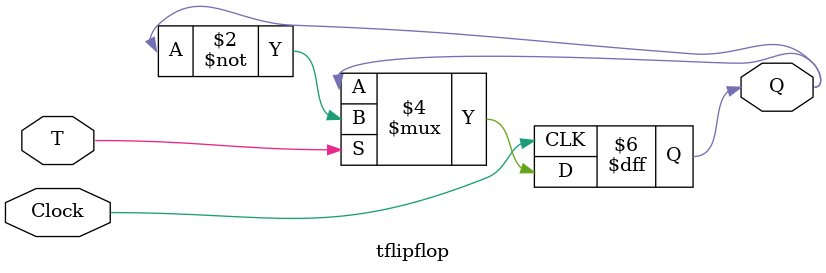
<source format=v>
module tflipflop(T,Clock,Q);
input T, Clock;
output reg Q;

always@(posedge Clock)
begin
	if(T)
		Q = ~Q;
end

endmodule
</source>
